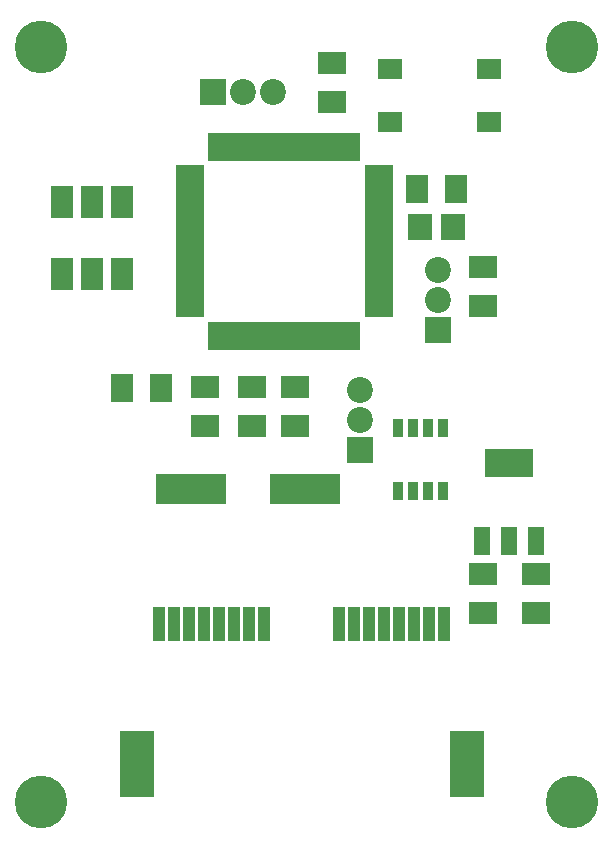
<source format=gts>
G04 (created by PCBNEW (2013-may-18)-stable) date Mon 25 May 2015 09:55:45 PM CEST*
%MOIN*%
G04 Gerber Fmt 3.4, Leading zero omitted, Abs format*
%FSLAX34Y34*%
G01*
G70*
G90*
G04 APERTURE LIST*
%ADD10C,0.00590551*%
%ADD11R,0.094448X0.033448*%
%ADD12R,0.033448X0.094448*%
%ADD13R,0.035748X0.060748*%
%ADD14R,0.095748X0.075748*%
%ADD15R,0.075748X0.095748*%
%ADD16R,0.0866142X0.0866142*%
%ADD17C,0.0866142*%
%ADD18R,0.078648X0.086648*%
%ADD19C,0.175748*%
%ADD20R,0.236248X0.098448*%
%ADD21R,0.159748X0.095748*%
%ADD22R,0.055748X0.095748*%
%ADD23R,0.0787402X0.0708661*%
%ADD24R,0.0748031X0.10748*%
%ADD25R,0.0409449X0.115748*%
%ADD26R,0.115354X0.220866*%
G04 APERTURE END LIST*
G54D10*
G54D11*
X62436Y-37831D03*
X62436Y-37516D03*
X62436Y-37201D03*
X62436Y-36886D03*
X62436Y-36571D03*
X62436Y-36256D03*
X62436Y-35941D03*
X62436Y-35626D03*
X62436Y-40354D03*
X68732Y-40354D03*
X68732Y-35626D03*
X62436Y-38149D03*
X62436Y-38464D03*
X62436Y-38779D03*
X62436Y-39094D03*
X62436Y-39409D03*
X62436Y-39724D03*
X62436Y-40039D03*
X68732Y-40039D03*
X68732Y-39724D03*
X68732Y-39409D03*
X68732Y-39094D03*
X68732Y-38779D03*
X68732Y-38464D03*
X68732Y-38149D03*
X68732Y-37831D03*
X68732Y-37516D03*
X68732Y-37201D03*
X68732Y-36886D03*
X68732Y-36571D03*
X68732Y-36256D03*
X68732Y-35941D03*
G54D12*
X63220Y-34838D03*
X63534Y-34838D03*
X63850Y-34838D03*
X64164Y-34838D03*
X64480Y-34838D03*
X64794Y-34838D03*
X65740Y-34838D03*
X66370Y-34838D03*
X66684Y-34838D03*
X65110Y-34838D03*
X65424Y-34838D03*
X66054Y-34838D03*
X67000Y-34838D03*
X67314Y-34838D03*
X67630Y-34838D03*
X67944Y-34838D03*
X63220Y-41138D03*
X63534Y-41138D03*
X63850Y-41138D03*
X64164Y-41138D03*
X64480Y-41138D03*
X64794Y-41138D03*
X65110Y-41138D03*
X65424Y-41138D03*
X65740Y-41138D03*
X66054Y-41138D03*
X66370Y-41138D03*
X66684Y-41138D03*
X67000Y-41138D03*
X67314Y-41138D03*
X67630Y-41138D03*
X67944Y-41138D03*
G54D13*
X70891Y-46321D03*
X70891Y-44221D03*
X70391Y-46321D03*
X69891Y-46321D03*
X69391Y-46321D03*
X70391Y-44221D03*
X69891Y-44221D03*
X69391Y-44221D03*
G54D14*
X72224Y-38861D03*
X72224Y-40161D03*
G54D15*
X69999Y-36240D03*
X71299Y-36240D03*
X61492Y-42885D03*
X60192Y-42885D03*
G54D14*
X64500Y-42850D03*
X64500Y-44150D03*
X65956Y-44150D03*
X65956Y-42850D03*
X73996Y-49090D03*
X73996Y-50390D03*
X72208Y-49090D03*
X72208Y-50390D03*
G54D16*
X70724Y-40960D03*
G54D17*
X70724Y-39960D03*
X70724Y-38960D03*
G54D18*
X70106Y-37515D03*
X71224Y-37515D03*
G54D19*
X75196Y-31496D03*
X57480Y-31496D03*
X57480Y-56692D03*
X75196Y-56692D03*
G54D16*
X63216Y-33015D03*
G54D17*
X64216Y-33015D03*
X65216Y-33015D03*
G54D16*
X68114Y-44948D03*
G54D17*
X68114Y-43948D03*
X68114Y-42948D03*
G54D20*
X66290Y-46259D03*
X62472Y-46259D03*
G54D21*
X73078Y-45381D03*
G54D22*
X73078Y-47981D03*
X73978Y-47981D03*
X72178Y-47981D03*
G54D23*
X72429Y-34019D03*
X69122Y-34019D03*
X72429Y-32248D03*
X69122Y-32248D03*
G54D24*
X59169Y-36677D03*
X59169Y-39062D03*
X58169Y-36677D03*
X60169Y-36677D03*
X60169Y-39062D03*
X58169Y-39062D03*
G54D14*
X67188Y-33338D03*
X67188Y-32038D03*
X62956Y-44134D03*
X62956Y-42834D03*
G54D25*
X63423Y-50755D03*
X63923Y-50755D03*
X64423Y-50755D03*
X64923Y-50755D03*
X62923Y-50755D03*
X62423Y-50755D03*
X61923Y-50755D03*
X61423Y-50755D03*
X67423Y-50755D03*
X67923Y-50755D03*
X68423Y-50755D03*
X68923Y-50755D03*
X69423Y-50755D03*
X69923Y-50755D03*
X70423Y-50755D03*
X70923Y-50755D03*
G54D26*
X60673Y-55399D03*
X71673Y-55399D03*
M02*

</source>
